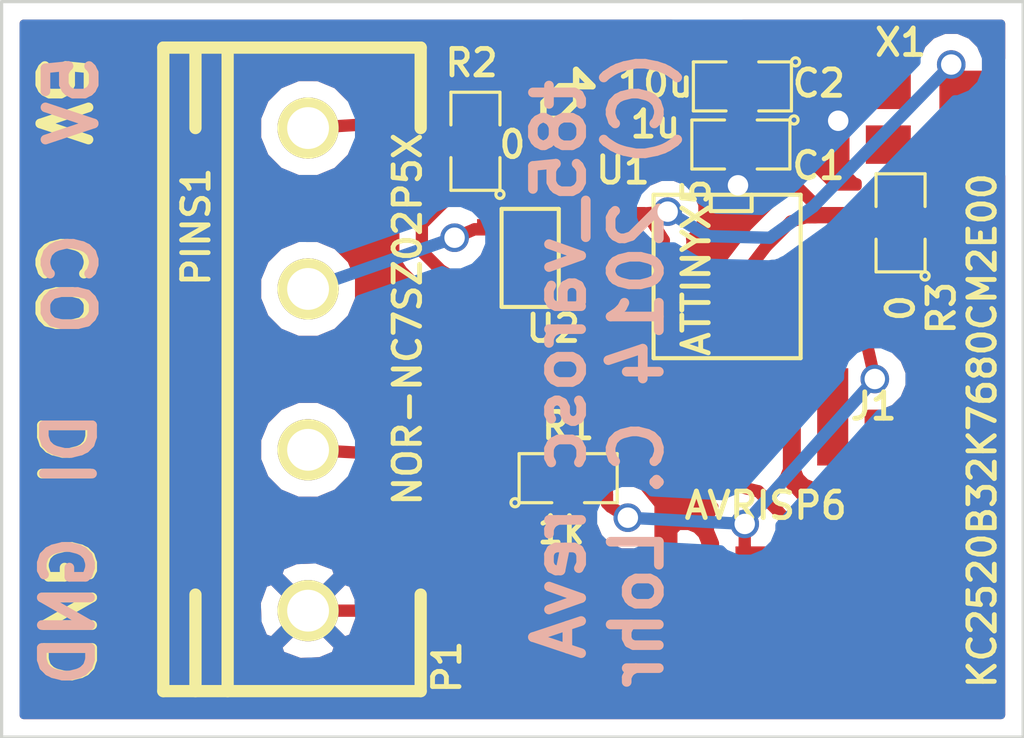
<source format=kicad_pcb>
(kicad_pcb (version 3) (host pcbnew "(2013-jul-07)-stable")

  (general
    (links 25)
    (no_connects 0)
    (area 47.818186 46.939999 80.060001 69.900001)
    (thickness 1.6)
    (drawings 22)
    (tracks 211)
    (zones 0)
    (modules 10)
    (nets 13)
  )

  (page User 134.62 134.62)
  (title_block 
    (title t85_varosc)
    (rev A)
  )

  (layers
    (15 F.Cu signal)
    (0 B.Cu signal)
    (16 B.Adhes user)
    (17 F.Adhes user)
    (18 B.Paste user)
    (19 F.Paste user)
    (20 B.SilkS user)
    (21 F.SilkS user)
    (22 B.Mask user)
    (23 F.Mask user)
    (24 Dwgs.User user)
    (25 Cmts.User user)
    (26 Eco1.User user)
    (27 Eco2.User user)
    (28 Edge.Cuts user)
  )

  (setup
    (last_trace_width 0.381)
    (trace_clearance 0.254)
    (zone_clearance 0.508)
    (zone_45_only no)
    (trace_min 0.254)
    (segment_width 0.2)
    (edge_width 0.1)
    (via_size 0.889)
    (via_drill 0.635)
    (via_min_size 0.889)
    (via_min_drill 0.508)
    (uvia_size 0.508)
    (uvia_drill 0.127)
    (uvias_allowed no)
    (uvia_min_size 0.508)
    (uvia_min_drill 0.127)
    (pcb_text_width 0.3)
    (pcb_text_size 1.5 1.5)
    (mod_edge_width 0.15)
    (mod_text_size 0.8222 0.8222)
    (mod_text_width 0.15)
    (pad_size 0.508 1.524)
    (pad_drill 0)
    (pad_to_mask_clearance 0)
    (aux_axis_origin 0 0)
    (visible_elements FFFFFF7F)
    (pcbplotparams
      (layerselection 284196865)
      (usegerberextensions true)
      (excludeedgelayer false)
      (linewidth 0.150000)
      (plotframeref false)
      (viasonmask false)
      (mode 1)
      (useauxorigin false)
      (hpglpennumber 1)
      (hpglpenspeed 20)
      (hpglpendiameter 15)
      (hpglpenoverlay 2)
      (psnegative false)
      (psa4output false)
      (plotreference true)
      (plotvalue true)
      (plotothertext true)
      (plotinvisibletext false)
      (padsonsilk false)
      (subtractmaskfromsilk false)
      (outputformat 1)
      (mirror false)
      (drillshape 0)
      (scaleselection 1)
      (outputdirectory t85_varosc_revA))
  )

  (net 0 "")
  (net 1 +5V)
  (net 2 GND)
  (net 3 N-000001)
  (net 4 N-0000010)
  (net 5 N-0000011)
  (net 6 N-0000012)
  (net 7 N-000003)
  (net 8 N-000004)
  (net 9 N-000005)
  (net 10 N-000006)
  (net 11 N-000008)
  (net 12 N-000009)

  (net_class Default "This is the default net class."
    (clearance 0.254)
    (trace_width 0.381)
    (via_dia 0.889)
    (via_drill 0.635)
    (uvia_dia 0.508)
    (uvia_drill 0.127)
    (add_net "")
    (add_net +5V)
    (add_net GND)
    (add_net N-000001)
    (add_net N-0000010)
    (add_net N-0000011)
    (add_net N-0000012)
    (add_net N-000003)
    (add_net N-000004)
    (add_net N-000005)
    (add_net N-000006)
    (add_net N-000008)
    (add_net N-000009)
  )

  (module SM0805 (layer F.Cu) (tedit 540E8FD9) (tstamp 53BD79BA)
    (at 71.2367 51.4311 180)
    (path /53BD7A57)
    (attr smd)
    (fp_text reference C1 (at -2.413 -0.6604 180) (layer F.SilkS)
      (effects (font (size 0.8222 0.8222) (thickness 0.15)))
    )
    (fp_text value 1u (at 2.6567 0.6311 180) (layer F.SilkS)
      (effects (font (size 0.8222 0.8222) (thickness 0.15)))
    )
    (fp_circle (center -1.651 0.762) (end -1.651 0.635) (layer F.SilkS) (width 0.09906))
    (fp_line (start -0.508 0.762) (end -1.524 0.762) (layer F.SilkS) (width 0.09906))
    (fp_line (start -1.524 0.762) (end -1.524 -0.762) (layer F.SilkS) (width 0.09906))
    (fp_line (start -1.524 -0.762) (end -0.508 -0.762) (layer F.SilkS) (width 0.09906))
    (fp_line (start 0.508 -0.762) (end 1.524 -0.762) (layer F.SilkS) (width 0.09906))
    (fp_line (start 1.524 -0.762) (end 1.524 0.762) (layer F.SilkS) (width 0.09906))
    (fp_line (start 1.524 0.762) (end 0.508 0.762) (layer F.SilkS) (width 0.09906))
    (pad 1 smd rect (at -0.9525 0 180) (size 0.889 1.397)
      (layers F.Cu F.Paste F.Mask)
      (net 1 +5V)
    )
    (pad 2 smd rect (at 0.9525 0 180) (size 0.889 1.397)
      (layers F.Cu F.Paste F.Mask)
      (net 2 GND)
    )
    (model smd/chip_cms.wrl
      (at (xyz 0 0 0))
      (scale (xyz 0.1 0.1 0.1))
      (rotate (xyz 0 0 0))
    )
  )

  (module SM0805 (layer F.Cu) (tedit 540E8FDE) (tstamp 53BD79C7)
    (at 71.2842 49.6254 180)
    (path /53BD7A70)
    (attr smd)
    (fp_text reference C2 (at -2.3758 0.0954 180) (layer F.SilkS)
      (effects (font (size 0.8222 0.8222) (thickness 0.15)))
    )
    (fp_text value 10u (at 2.7042 0.0954 180) (layer F.SilkS)
      (effects (font (size 0.8222 0.8222) (thickness 0.15)))
    )
    (fp_circle (center -1.651 0.762) (end -1.651 0.635) (layer F.SilkS) (width 0.09906))
    (fp_line (start -0.508 0.762) (end -1.524 0.762) (layer F.SilkS) (width 0.09906))
    (fp_line (start -1.524 0.762) (end -1.524 -0.762) (layer F.SilkS) (width 0.09906))
    (fp_line (start -1.524 -0.762) (end -0.508 -0.762) (layer F.SilkS) (width 0.09906))
    (fp_line (start 0.508 -0.762) (end 1.524 -0.762) (layer F.SilkS) (width 0.09906))
    (fp_line (start 1.524 -0.762) (end 1.524 0.762) (layer F.SilkS) (width 0.09906))
    (fp_line (start 1.524 0.762) (end 0.508 0.762) (layer F.SilkS) (width 0.09906))
    (pad 1 smd rect (at -0.9525 0 180) (size 0.889 1.397)
      (layers F.Cu F.Paste F.Mask)
      (net 1 +5V)
    )
    (pad 2 smd rect (at 0.9525 0 180) (size 0.889 1.397)
      (layers F.Cu F.Paste F.Mask)
      (net 2 GND)
    )
    (model smd/chip_cms.wrl
      (at (xyz 0 0 0))
      (scale (xyz 0.1 0.1 0.1))
      (rotate (xyz 0 0 0))
    )
  )

  (module PHOENIX1935187 (layer F.Cu) (tedit 5407B23D) (tstamp 53BD7A0D)
    (at 57.785 58.42 270)
    (path /53BD78A7)
    (fp_text reference P1 (at 9.25068 -4.318 450) (layer F.SilkS)
      (effects (font (size 0.8222 0.8222) (thickness 0.15)))
    )
    (fp_text value PINS1 (at -4.4323 3.4798 450) (layer F.SilkS)
      (effects (font (size 0.8222 0.8222) (thickness 0.15)))
    )
    (fp_line (start -10 -3.5) (end -10 4.5) (layer F.SilkS) (width 0.381))
    (fp_line (start 10 -3.5) (end 10 4.5) (layer F.SilkS) (width 0.381))
    (fp_line (start 10 4.5) (end -10 4.5) (layer F.SilkS) (width 0.381))
    (fp_line (start -10 2.5) (end 10 2.5) (layer F.SilkS) (width 0.381))
    (fp_line (start 7 -3.5) (end 10 -3.5) (layer F.SilkS) (width 0.381))
    (fp_line (start 10 3.5) (end 7 3.5) (layer F.SilkS) (width 0.381))
    (fp_line (start -7.5 -3.5) (end -10 -3.5) (layer F.SilkS) (width 0.381))
    (fp_line (start -10 3.5) (end -7.5 3.5) (layer F.SilkS) (width 0.381))
    (pad 1 thru_hole circle (at -7.5 0 270) (size 1.9 1.9) (drill 1.3)
      (layers *.Cu *.Mask F.SilkS)
      (net 1 +5V)
    )
    (pad 2 thru_hole circle (at -2.5 0 270) (size 1.9 1.9) (drill 1.3)
      (layers *.Cu *.Mask F.SilkS)
      (net 8 N-000004)
    )
    (pad 3 thru_hole circle (at 2.5 0 270) (size 1.9 1.9) (drill 1.3)
      (layers *.Cu *.Mask F.SilkS)
      (net 3 N-000001)
    )
    (pad 4 thru_hole circle (at 7.5 0 270) (size 1.9 1.9) (drill 1.3)
      (layers *.Cu *.Mask F.SilkS)
      (net 2 GND)
    )
  )

  (module RIBBON6SMT (layer F.Cu) (tedit 53BD7AFA) (tstamp 53BD7ABE)
    (at 74.091 65.434 180)
    (path /53BD7898)
    (fp_text reference J1 (at -1.27 5.8674 180) (layer F.SilkS)
      (effects (font (size 0.8222 0.8222) (thickness 0.15)))
    )
    (fp_text value AVRISP6 (at 2.0828 2.7813 180) (layer F.SilkS)
      (effects (font (size 0.8222 0.8222) (thickness 0.15)))
    )
    (pad 2 smd rect (at 0 0 180) (size 0.9652 3.0226)
      (layers F.Cu F.Paste F.Mask)
      (net 1 +5V)
    )
    (pad 4 smd rect (at 2.54 0 180) (size 0.9652 3.0226)
      (layers F.Cu F.Paste F.Mask)
      (net 7 N-000003)
    )
    (pad 6 smd rect (at 5.08 0 180) (size 0.9652 3.0226)
      (layers F.Cu F.Paste F.Mask)
      (net 2 GND)
    )
    (pad 1 smd rect (at 0 5.5372 180) (size 0.9652 3.0226)
      (layers F.Cu F.Paste F.Mask)
      (net 11 N-000008)
    )
    (pad 3 smd rect (at 2.54 5.5372 180) (size 0.9652 3.0226)
      (layers F.Cu F.Paste F.Mask)
      (net 12 N-000009)
    )
    (pad 5 smd rect (at 5.08 5.5372 180) (size 0.9652 3.0226)
      (layers F.Cu F.Paste F.Mask)
      (net 6 N-0000012)
    )
  )

  (module SO8WIDE (layer F.Cu) (tedit 540E8F41) (tstamp 5405780F)
    (at 70.809 55.5324 270)
    (tags "CMS SOJ")
    (path /53BD7889)
    (attr smd)
    (fp_text reference U1 (at -3.302 3.2385 360) (layer F.SilkS)
      (effects (font (size 0.8222 0.8222) (thickness 0.15)))
    )
    (fp_text value ATTINYX5 (at -0.2874 0.959 270) (layer F.SilkS)
      (effects (font (size 0.8222 0.8222) (thickness 0.15)))
    )
    (fp_line (start -2.54 -2.286) (end 2.54 -2.286) (layer F.SilkS) (width 0.127))
    (fp_line (start 2.54 -2.286) (end 2.54 2.286) (layer F.SilkS) (width 0.127))
    (fp_line (start 2.54 2.286) (end -2.54 2.286) (layer F.SilkS) (width 0.127))
    (fp_line (start -2.54 2.286) (end -2.54 -2.286) (layer F.SilkS) (width 0.127))
    (fp_line (start -2.54 -0.762) (end -2.032 -0.762) (layer F.SilkS) (width 0.127))
    (fp_line (start -2.032 -0.762) (end -2.032 0.508) (layer F.SilkS) (width 0.127))
    (fp_line (start -2.032 0.508) (end -2.54 0.508) (layer F.SilkS) (width 0.127))
    (pad 8 smd rect (at -1.905 -3.302 270) (size 0.508 1.524)
      (layers F.Cu F.Paste F.Mask)
      (net 1 +5V)
    )
    (pad 7 smd rect (at -0.635 -3.302 270) (size 0.508 1.524)
      (layers F.Cu F.Paste F.Mask)
      (net 12 N-000009)
    )
    (pad 6 smd rect (at 0.635 -3.302 270) (size 0.508 1.524)
      (layers F.Cu F.Paste F.Mask)
      (net 11 N-000008)
    )
    (pad 5 smd rect (at 1.905 -3.302 270) (size 0.508 1.524)
      (layers F.Cu F.Paste F.Mask)
      (net 7 N-000003)
    )
    (pad 4 smd rect (at 1.905 3.302 270) (size 0.508 1.524)
      (layers F.Cu F.Paste F.Mask)
      (net 2 GND)
    )
    (pad 3 smd rect (at 0.635 3.302 270) (size 0.508 1.524)
      (layers F.Cu F.Paste F.Mask)
      (net 5 N-0000011)
    )
    (pad 2 smd rect (at -0.635 3.302 270) (size 0.508 1.524)
      (layers F.Cu F.Paste F.Mask)
      (net 4 N-0000010)
    )
    (pad 1 smd rect (at -1.905 3.302 270) (size 0.508 1.524)
      (layers F.Cu F.Paste F.Mask)
      (net 6 N-0000012)
    )
    (model smd/cms_so8.wrl
      (at (xyz 0 0 0))
      (scale (xyz 0.5 0.38 0.5))
      (rotate (xyz 0 0 0))
    )
  )

  (module XTAL4P (layer F.Cu) (tedit 540E8FE8) (tstamp 5407BF26)
    (at 78.105 51.435 180)
    (path /5407B1C8)
    (fp_text reference X1 (at 1.905 3.175 180) (layer F.SilkS)
      (effects (font (size 0.8222 0.8222) (thickness 0.15)))
    )
    (fp_text value KC2520B32K7680CM2E00 (at -0.635 -8.89 270) (layer F.SilkS)
      (effects (font (size 0.8222 0.8222) (thickness 0.15)))
    )
    (pad 4 smd rect (at 0 0 180) (size 1.397 1.1938)
      (layers F.Cu F.Paste F.Mask)
      (net 1 +5V)
    )
    (pad 1 smd rect (at 0 1.7018 180) (size 1.397 1.1938)
      (layers F.Cu F.Paste F.Mask)
      (net 6 N-0000012)
    )
    (pad 3 smd rect (at 2.286 1.7018 180) (size 1.397 1.1938)
      (layers F.Cu F.Paste F.Mask)
      (net 2 GND)
    )
    (pad 2 smd rect (at 2.286 0 180) (size 1.397 1.1938)
      (layers F.Cu F.Paste F.Mask)
      (net 10 N-000006)
    )
  )

  (module SOT23-5 (layer F.Cu) (tedit 540E8FCC) (tstamp 5407BF33)
    (at 64.688 54.9562 90)
    (path /5407AF12)
    (attr smd)
    (fp_text reference U2 (at -2.1938 0.717 180) (layer F.SilkS)
      (effects (font (size 0.8222 0.8222) (thickness 0.15)))
    )
    (fp_text value NOR-NC7SZ02P5X (at -1.905 -3.81 90) (layer F.SilkS)
      (effects (font (size 0.8222 0.8222) (thickness 0.15)))
    )
    (fp_line (start 1.524 -0.889) (end 1.524 0.889) (layer F.SilkS) (width 0.127))
    (fp_line (start 1.524 0.889) (end -1.524 0.889) (layer F.SilkS) (width 0.127))
    (fp_line (start -1.524 0.889) (end -1.524 -0.889) (layer F.SilkS) (width 0.127))
    (fp_line (start -1.524 -0.889) (end 1.524 -0.889) (layer F.SilkS) (width 0.127))
    (pad 1 smd rect (at -0.9525 1.27 90) (size 0.508 0.762)
      (layers F.Cu F.Paste F.Mask)
      (net 5 N-0000011)
    )
    (pad 3 smd rect (at 0.9525 1.27 90) (size 0.508 0.762)
      (layers F.Cu F.Paste F.Mask)
      (net 2 GND)
    )
    (pad 5 smd rect (at -0.9525 -1.27 90) (size 0.508 0.762)
      (layers F.Cu F.Paste F.Mask)
      (net 9 N-000005)
    )
    (pad 2 smd rect (at 0 1.27 90) (size 0.508 0.762)
      (layers F.Cu F.Paste F.Mask)
      (net 4 N-0000010)
    )
    (pad 4 smd rect (at 0.9525 -1.27 90) (size 0.508 0.762)
      (layers F.Cu F.Paste F.Mask)
      (net 8 N-000004)
    )
    (model smd/SOT23_5.wrl
      (at (xyz 0 0 0))
      (scale (xyz 0.1 0.1 0.1))
      (rotate (xyz 0 0 0))
    )
  )

  (module SM0805 (layer F.Cu) (tedit 5407B22A) (tstamp 5407BF40)
    (at 65.868 61.802)
    (path /5407B132)
    (attr smd)
    (fp_text reference R1 (at 0 -1.6256) (layer F.SilkS)
      (effects (font (size 0.8222 0.8222) (thickness 0.15)))
    )
    (fp_text value 1k (at -0.2159 1.6129) (layer F.SilkS)
      (effects (font (size 0.8222 0.8222) (thickness 0.15)))
    )
    (fp_circle (center -1.651 0.762) (end -1.651 0.635) (layer F.SilkS) (width 0.09906))
    (fp_line (start -0.508 0.762) (end -1.524 0.762) (layer F.SilkS) (width 0.09906))
    (fp_line (start -1.524 0.762) (end -1.524 -0.762) (layer F.SilkS) (width 0.09906))
    (fp_line (start -1.524 -0.762) (end -0.508 -0.762) (layer F.SilkS) (width 0.09906))
    (fp_line (start 0.508 -0.762) (end 1.524 -0.762) (layer F.SilkS) (width 0.09906))
    (fp_line (start 1.524 -0.762) (end 1.524 0.762) (layer F.SilkS) (width 0.09906))
    (fp_line (start 1.524 0.762) (end 0.508 0.762) (layer F.SilkS) (width 0.09906))
    (pad 1 smd rect (at -0.9525 0) (size 0.889 1.397)
      (layers F.Cu F.Paste F.Mask)
      (net 3 N-000001)
    )
    (pad 2 smd rect (at 0.9525 0) (size 0.889 1.397)
      (layers F.Cu F.Paste F.Mask)
      (net 7 N-000003)
    )
    (model smd/chip_cms.wrl
      (at (xyz 0 0 0))
      (scale (xyz 0.1 0.1 0.1))
      (rotate (xyz 0 0 0))
    )
  )

  (module SM0805 (layer F.Cu) (tedit 540E8FEE) (tstamp 540E8F18)
    (at 76.2 53.8657 90)
    (path /540E775F)
    (attr smd)
    (fp_text reference R3 (at -2.6493 1.27 90) (layer F.SilkS)
      (effects (font (size 0.8222 0.8222) (thickness 0.15)))
    )
    (fp_text value 0 (at -2.6493 0 90) (layer F.SilkS)
      (effects (font (size 0.8222 0.8222) (thickness 0.15)))
    )
    (fp_circle (center -1.651 0.762) (end -1.651 0.635) (layer F.SilkS) (width 0.09906))
    (fp_line (start -0.508 0.762) (end -1.524 0.762) (layer F.SilkS) (width 0.09906))
    (fp_line (start -1.524 0.762) (end -1.524 -0.762) (layer F.SilkS) (width 0.09906))
    (fp_line (start -1.524 -0.762) (end -0.508 -0.762) (layer F.SilkS) (width 0.09906))
    (fp_line (start 0.508 -0.762) (end 1.524 -0.762) (layer F.SilkS) (width 0.09906))
    (fp_line (start 1.524 -0.762) (end 1.524 0.762) (layer F.SilkS) (width 0.09906))
    (fp_line (start 1.524 0.762) (end 0.508 0.762) (layer F.SilkS) (width 0.09906))
    (pad 1 smd rect (at -0.9525 0 90) (size 0.889 1.397)
      (layers F.Cu F.Paste F.Mask)
      (net 12 N-000009)
    )
    (pad 2 smd rect (at 0.9525 0 90) (size 0.889 1.397)
      (layers F.Cu F.Paste F.Mask)
      (net 10 N-000006)
    )
    (model smd/chip_cms.wrl
      (at (xyz 0 0 0))
      (scale (xyz 0.1 0.1 0.1))
      (rotate (xyz 0 0 0))
    )
  )

  (module SM0805 (layer F.Cu) (tedit 540E8FD3) (tstamp 540E8F25)
    (at 62.9869 51.3304 90)
    (path /540E786C)
    (attr smd)
    (fp_text reference R2 (at 2.4354 -0.1219 180) (layer F.SilkS)
      (effects (font (size 0.8222 0.8222) (thickness 0.15)))
    )
    (fp_text value 0 (at -0.1046 1.1481 180) (layer F.SilkS)
      (effects (font (size 0.8222 0.8222) (thickness 0.15)))
    )
    (fp_circle (center -1.651 0.762) (end -1.651 0.635) (layer F.SilkS) (width 0.09906))
    (fp_line (start -0.508 0.762) (end -1.524 0.762) (layer F.SilkS) (width 0.09906))
    (fp_line (start -1.524 0.762) (end -1.524 -0.762) (layer F.SilkS) (width 0.09906))
    (fp_line (start -1.524 -0.762) (end -0.508 -0.762) (layer F.SilkS) (width 0.09906))
    (fp_line (start 0.508 -0.762) (end 1.524 -0.762) (layer F.SilkS) (width 0.09906))
    (fp_line (start 1.524 -0.762) (end 1.524 0.762) (layer F.SilkS) (width 0.09906))
    (fp_line (start 1.524 0.762) (end 0.508 0.762) (layer F.SilkS) (width 0.09906))
    (pad 1 smd rect (at -0.9525 0 90) (size 0.889 1.397)
      (layers F.Cu F.Paste F.Mask)
      (net 9 N-000005)
    )
    (pad 2 smd rect (at 0.9525 0 90) (size 0.889 1.397)
      (layers F.Cu F.Paste F.Mask)
      (net 1 +5V)
    )
    (model smd/chip_cms.wrl
      (at (xyz 0 0 0))
      (scale (xyz 0.1 0.1 0.1))
      (rotate (xyz 0 0 0))
    )
  )

  (gr_text 5V (at 50.4444 50.0634 90) (layer B.SilkS) (tstamp 5407C046)
    (effects (font (size 1.5 1.5) (thickness 0.3)) (justify mirror))
  )
  (gr_text CO (at 50.4444 55.7657 90) (layer B.SilkS) (tstamp 5407C045)
    (effects (font (size 1.5 1.5) (thickness 0.3)) (justify mirror))
  )
  (gr_text DI (at 50.3936 60.9092 90) (layer B.SilkS) (tstamp 5407C044)
    (effects (font (size 1.5 1.5) (thickness 0.3)) (justify mirror))
  )
  (gr_text GND (at 50.3301 65.9384 90) (layer B.SilkS) (tstamp 5407C043)
    (effects (font (size 1.5 1.5) (thickness 0.3)) (justify mirror))
  )
  (gr_line (start 48.26 69.85) (end 48.26 46.99) (angle 90) (layer Edge.Cuts) (width 0.1))
  (gr_line (start 80.01 69.85) (end 48.26 69.85) (angle 90) (layer Edge.Cuts) (width 0.1))
  (gr_line (start 80.01 46.99) (end 80.01 69.85) (angle 90) (layer Edge.Cuts) (width 0.1))
  (gr_line (start 48.26 46.99) (end 80.01 46.99) (angle 90) (layer Edge.Cuts) (width 0.1))
  (gr_text "t85_varosc revA\n(C) 2014 C. Lohr\n" (at 66.802 58.42 90) (layer B.SilkS)
    (effects (font (size 1.5 1.5) (thickness 0.3)) (justify mirror))
  )
  (gr_line (start 65.6082 50.6349) (end 65.1002 50.6349) (angle 90) (layer F.SilkS) (width 0.2))
  (gr_line (start 66.1162 50.1269) (end 65.6082 50.6349) (angle 90) (layer F.SilkS) (width 0.2))
  (gr_line (start 66.1162 49.6189) (end 66.1162 50.1269) (angle 90) (layer F.SilkS) (width 0.2))
  (gr_line (start 66.6242 49.6189) (end 66.1162 49.6189) (angle 90) (layer F.SilkS) (width 0.2))
  (gr_line (start 66.1162 49.1109) (end 66.6242 49.6189) (angle 90) (layer F.SilkS) (width 0.2))
  (gr_line (start 66.1162 49.6189) (end 66.1162 49.1109) (angle 90) (layer F.SilkS) (width 0.2))
  (gr_line (start 65.6082 49.6189) (end 66.1162 49.6189) (angle 90) (layer F.SilkS) (width 0.2))
  (gr_line (start 65.1002 50.1269) (end 65.6082 49.6189) (angle 90) (layer F.SilkS) (width 0.2))
  (gr_line (start 65.1002 50.6349) (end 65.1002 50.1269) (angle 90) (layer F.SilkS) (width 0.2))
  (gr_text GND (at 50.2539 65.9384 270) (layer F.SilkS)
    (effects (font (size 1.5 1.5) (thickness 0.3)))
  )
  (gr_text DI (at 50.1904 60.9092 270) (layer F.SilkS)
    (effects (font (size 1.5 1.5) (thickness 0.3)))
  )
  (gr_text CO (at 50.1396 55.7657 270) (layer F.SilkS)
    (effects (font (size 1.5 1.5) (thickness 0.3)))
  )
  (gr_text 5V (at 50.1396 50.0634 270) (layer F.SilkS)
    (effects (font (size 1.5 1.5) (thickness 0.3)))
  )

  (segment (start 72.2129 50.9231) (end 72.1892 51.4311) (width 0.381) (layer F.Cu) (net 1))
  (segment (start 72.2129 50.7326) (end 72.2129 50.9231) (width 0.381) (layer F.Cu) (net 1))
  (segment (start 72.2129 50.3239) (end 72.2129 50.7326) (width 0.381) (layer F.Cu) (net 1))
  (segment (start 72.2129 50.1334) (end 72.2129 50.3239) (width 0.381) (layer F.Cu) (net 1))
  (segment (start 72.2367 49.6254) (end 72.2129 50.1334) (width 0.381) (layer F.Cu) (net 1))
  (segment (start 72.4432 51.9391) (end 72.1892 51.4311) (width 0.381) (layer F.Cu) (net 1))
  (segment (start 72.4432 52.1296) (end 72.4432 51.9391) (width 0.381) (layer F.Cu) (net 1))
  (segment (start 72.4432 52.2085) (end 72.4432 52.1296) (width 0.381) (layer F.Cu) (net 1))
  (segment (start 72.5548 52.3201) (end 72.4432 52.2085) (width 0.381) (layer F.Cu) (net 1))
  (segment (start 73.4279 53.1829) (end 72.5548 52.3201) (width 0.381) (layer F.Cu) (net 1))
  (segment (start 73.5395 53.2945) (end 73.4279 53.1829) (width 0.381) (layer F.Cu) (net 1))
  (segment (start 73.5395 53.3734) (end 73.5395 53.2945) (width 0.381) (layer F.Cu) (net 1))
  (segment (start 73.5395 53.5639) (end 73.5395 53.3734) (width 0.381) (layer F.Cu) (net 1))
  (segment (start 74.111 53.6274) (end 73.5395 53.5639) (width 0.381) (layer F.Cu) (net 1))
  (segment (start 74.6825 53.6909) (end 74.111 53.6274) (width 0.381) (layer F.Cu) (net 1))
  (segment (start 74.873 53.6909) (end 74.6825 53.6909) (width 0.381) (layer F.Cu) (net 1))
  (segment (start 74.9519 53.6909) (end 74.873 53.6909) (width 0.381) (layer F.Cu) (net 1))
  (segment (start 75.4096 53.8177) (end 74.9519 53.6909) (width 0.381) (layer F.Cu) (net 1))
  (segment (start 75.4367 53.8289) (end 75.4096 53.8177) (width 0.381) (layer F.Cu) (net 1))
  (segment (start 75.4816 53.8657) (end 75.4367 53.8289) (width 0.381) (layer F.Cu) (net 1))
  (segment (start 76.6881 53.8657) (end 75.4816 53.8657) (width 0.381) (layer F.Cu) (net 1))
  (segment (start 77.1089 53.8657) (end 76.6881 53.8657) (width 0.381) (layer F.Cu) (net 1))
  (segment (start 77.4065 53.5681) (end 77.1089 53.8657) (width 0.381) (layer F.Cu) (net 1))
  (segment (start 77.4701 53.404) (end 77.4065 53.5681) (width 0.381) (layer F.Cu) (net 1))
  (segment (start 77.597 52.0319) (end 77.4701 53.404) (width 0.381) (layer F.Cu) (net 1))
  (segment (start 77.597 51.8414) (end 77.597 52.0319) (width 0.381) (layer F.Cu) (net 1))
  (segment (start 78.105 51.435) (end 77.597 51.8414) (width 0.381) (layer F.Cu) (net 1))
  (segment (start 71.9827 49.1174) (end 72.2367 49.6254) (width 0.381) (layer F.Cu) (net 1))
  (segment (start 71.7922 49.1174) (end 71.9827 49.1174) (width 0.381) (layer F.Cu) (net 1))
  (segment (start 71.7133 49.1174) (end 71.7922 49.1174) (width 0.381) (layer F.Cu) (net 1))
  (segment (start 70.9866 48.4189) (end 71.7133 49.1174) (width 0.381) (layer F.Cu) (net 1))
  (segment (start 70.8225 48.3553) (end 70.9866 48.4189) (width 0.381) (layer F.Cu) (net 1))
  (segment (start 70.124 48.3553) (end 70.8225 48.3553) (width 0.381) (layer F.Cu) (net 1))
  (segment (start 69.6504 48.3553) (end 70.124 48.3553) (width 0.381) (layer F.Cu) (net 1))
  (segment (start 63.7643 50.1239) (end 69.6504 48.3553) (width 0.381) (layer F.Cu) (net 1))
  (segment (start 63.6854 50.1239) (end 63.7643 50.1239) (width 0.381) (layer F.Cu) (net 1))
  (segment (start 63.4949 50.1239) (end 63.6854 50.1239) (width 0.381) (layer F.Cu) (net 1))
  (segment (start 62.9869 50.3779) (end 63.4949 50.1239) (width 0.381) (layer F.Cu) (net 1))
  (segment (start 62.4789 50.6319) (end 62.9869 50.3779) (width 0.381) (layer F.Cu) (net 1))
  (segment (start 62.2884 50.6319) (end 62.4789 50.6319) (width 0.381) (layer F.Cu) (net 1))
  (segment (start 62.2095 50.6319) (end 62.2884 50.6319) (width 0.381) (layer F.Cu) (net 1))
  (segment (start 57.785 50.92) (end 62.2095 50.6319) (width 0.381) (layer F.Cu) (net 1))
  (segment (start 73.5395 53.6909) (end 74.111 53.6274) (width 0.381) (layer F.Cu) (net 1))
  (segment (start 73.349 53.6909) (end 73.5395 53.6909) (width 0.381) (layer F.Cu) (net 1))
  (segment (start 73.2701 53.6909) (end 73.349 53.6909) (width 0.381) (layer F.Cu) (net 1))
  (segment (start 72.8124 53.8177) (end 73.2701 53.6909) (width 0.381) (layer F.Cu) (net 1))
  (segment (start 72.7853 53.8289) (end 72.8124 53.8177) (width 0.381) (layer F.Cu) (net 1))
  (segment (start 72.0265 54.5877) (end 72.7853 53.8289) (width 0.381) (layer F.Cu) (net 1))
  (segment (start 71.3804 55.426) (end 72.0265 54.5877) (width 0.381) (layer F.Cu) (net 1))
  (segment (start 71.2532 55.7332) (end 71.3804 55.426) (width 0.381) (layer F.Cu) (net 1))
  (segment (start 70.4968 58.1487) (end 71.2532 55.7332) (width 0.381) (layer F.Cu) (net 1))
  (segment (start 70.4968 61.1713) (end 70.4968 58.1487) (width 0.381) (layer F.Cu) (net 1))
  (segment (start 70.4968 61.6449) (end 70.4968 61.1713) (width 0.381) (layer F.Cu) (net 1))
  (segment (start 70.8316 61.9797) (end 70.4968 61.6449) (width 0.381) (layer F.Cu) (net 1))
  (segment (start 71.7775 62.208) (end 70.8316 61.9797) (width 0.381) (layer F.Cu) (net 1))
  (segment (start 72.3727 62.8032) (end 71.7775 62.208) (width 0.381) (layer F.Cu) (net 1))
  (segment (start 73.4179 64.0016) (end 72.3727 62.8032) (width 0.381) (layer F.Cu) (net 1))
  (segment (start 73.5295 64.1132) (end 73.4179 64.0016) (width 0.381) (layer F.Cu) (net 1))
  (segment (start 73.6084 64.1132) (end 73.5295 64.1132) (width 0.381) (layer F.Cu) (net 1))
  (segment (start 73.7989 64.1132) (end 73.6084 64.1132) (width 0.381) (layer F.Cu) (net 1))
  (segment (start 74.091 65.434) (end 73.7989 64.1132) (width 0.381) (layer F.Cu) (net 1))
  (via (at 71.1469 52.6994) (size 0.889) (layers F.Cu B.Cu) (net 2))
  (via (at 74.2615 50.6932) (size 0.889) (layers F.Cu B.Cu) (net 2))
  (segment (start 74.2615 50.6932) (end 71.1469 52.6994) (width 0.381) (layer B.Cu) (net 2))
  (segment (start 70.0777 50.1334) (end 70.3317 49.6254) (width 0.381) (layer F.Cu) (net 2))
  (segment (start 69.8872 50.1334) (end 70.0777 50.1334) (width 0.381) (layer F.Cu) (net 2))
  (segment (start 69.8083 50.1334) (end 69.8872 50.1334) (width 0.381) (layer F.Cu) (net 2))
  (segment (start 69.6029 50.161) (end 69.8083 50.1334) (width 0.381) (layer F.Cu) (net 2))
  (segment (start 66.5082 52.8018) (end 69.6029 50.161) (width 0.381) (layer F.Cu) (net 2))
  (segment (start 66.1734 53.1366) (end 66.5082 52.8018) (width 0.381) (layer F.Cu) (net 2))
  (segment (start 66.1485 53.6708) (end 66.1734 53.1366) (width 0.381) (layer F.Cu) (net 2))
  (segment (start 66.1485 53.7497) (end 66.1485 53.6708) (width 0.381) (layer F.Cu) (net 2))
  (segment (start 66.1485 53.9402) (end 66.1485 53.7497) (width 0.381) (layer F.Cu) (net 2))
  (segment (start 65.958 54.0037) (end 66.1485 53.9402) (width 0.381) (layer F.Cu) (net 2))
  (segment (start 65.7675 54.0672) (end 65.958 54.0037) (width 0.381) (layer F.Cu) (net 2))
  (segment (start 65.577 54.0672) (end 65.7675 54.0672) (width 0.381) (layer F.Cu) (net 2))
  (segment (start 65.4981 54.0672) (end 65.577 54.0672) (width 0.381) (layer F.Cu) (net 2))
  (segment (start 65.3402 54.1306) (end 65.4981 54.0672) (width 0.381) (layer F.Cu) (net 2))
  (segment (start 65.0054 54.4654) (end 65.3402 54.1306) (width 0.381) (layer F.Cu) (net 2))
  (segment (start 65.0054 55.9259) (end 65.0054 54.4654) (width 0.381) (layer F.Cu) (net 2))
  (segment (start 65.0054 56.3995) (end 65.0054 55.9259) (width 0.381) (layer F.Cu) (net 2))
  (segment (start 65.3402 56.7343) (end 65.0054 56.3995) (width 0.381) (layer F.Cu) (net 2))
  (segment (start 66.6661 57.3739) (end 65.3402 56.7343) (width 0.381) (layer F.Cu) (net 2))
  (segment (start 66.745 57.3739) (end 66.6661 57.3739) (width 0.381) (layer F.Cu) (net 2))
  (segment (start 66.9355 57.3739) (end 66.745 57.3739) (width 0.381) (layer F.Cu) (net 2))
  (segment (start 67.507 57.4374) (end 66.9355 57.3739) (width 0.381) (layer F.Cu) (net 2))
  (segment (start 67.9568 57.5009) (end 67.507 57.4374) (width 0.381) (layer F.Cu) (net 2))
  (segment (start 67.9568 57.6914) (end 67.9568 57.5009) (width 0.381) (layer F.Cu) (net 2))
  (segment (start 67.9568 61.6449) (end 67.9568 57.6914) (width 0.381) (layer F.Cu) (net 2))
  (segment (start 68.7397 62.609) (end 67.9568 61.6449) (width 0.381) (layer F.Cu) (net 2))
  (segment (start 68.7397 63.9227) (end 68.7397 62.609) (width 0.381) (layer F.Cu) (net 2))
  (segment (start 68.7397 64.1132) (end 68.7397 63.9227) (width 0.381) (layer F.Cu) (net 2))
  (segment (start 69.011 65.434) (end 68.7397 64.1132) (width 0.381) (layer F.Cu) (net 2))
  (segment (start 68.7189 65.92) (end 69.011 65.434) (width 0.381) (layer F.Cu) (net 2))
  (segment (start 68.5284 65.92) (end 68.7189 65.92) (width 0.381) (layer F.Cu) (net 2))
  (segment (start 57.785 65.92) (end 68.5284 65.92) (width 0.381) (layer F.Cu) (net 2))
  (segment (start 70.3079 50.9231) (end 70.2842 51.4311) (width 0.381) (layer F.Cu) (net 2))
  (segment (start 70.3079 50.7326) (end 70.3079 50.9231) (width 0.381) (layer F.Cu) (net 2))
  (segment (start 70.3079 50.3239) (end 70.3079 50.7326) (width 0.381) (layer F.Cu) (net 2))
  (segment (start 70.3079 50.1334) (end 70.3079 50.3239) (width 0.381) (layer F.Cu) (net 2))
  (segment (start 70.3317 49.6254) (end 70.3079 50.1334) (width 0.381) (layer F.Cu) (net 2))
  (segment (start 75.0416 50.1396) (end 74.2615 50.6932) (width 0.381) (layer F.Cu) (net 2))
  (segment (start 75.1205 50.1396) (end 75.0416 50.1396) (width 0.381) (layer F.Cu) (net 2))
  (segment (start 75.311 50.1396) (end 75.1205 50.1396) (width 0.381) (layer F.Cu) (net 2))
  (segment (start 75.819 49.7332) (end 75.311 50.1396) (width 0.381) (layer F.Cu) (net 2))
  (segment (start 70.5382 51.9391) (end 70.2842 51.4311) (width 0.381) (layer F.Cu) (net 2))
  (segment (start 70.5382 52.1296) (end 70.5382 51.9391) (width 0.381) (layer F.Cu) (net 2))
  (segment (start 70.5382 52.2085) (end 70.5382 52.1296) (width 0.381) (layer F.Cu) (net 2))
  (segment (start 70.6498 52.3201) (end 70.5382 52.2085) (width 0.381) (layer F.Cu) (net 2))
  (segment (start 71.1469 52.6994) (end 70.6498 52.3201) (width 0.381) (layer F.Cu) (net 2))
  (segment (start 64.6615 61.294) (end 64.9155 61.802) (width 0.381) (layer F.Cu) (net 3))
  (segment (start 64.471 61.294) (end 64.6615 61.294) (width 0.381) (layer F.Cu) (net 3))
  (segment (start 64.3921 61.294) (end 64.471 61.294) (width 0.381) (layer F.Cu) (net 3))
  (segment (start 57.785 60.92) (end 64.3921 61.294) (width 0.381) (layer F.Cu) (net 3))
  (segment (start 66.9355 54.9268) (end 67.507 54.8974) (width 0.381) (layer F.Cu) (net 4))
  (segment (start 66.745 54.9268) (end 66.9355 54.9268) (width 0.381) (layer F.Cu) (net 4))
  (segment (start 66.339 54.9268) (end 66.745 54.9268) (width 0.381) (layer F.Cu) (net 4))
  (segment (start 66.1485 54.9268) (end 66.339 54.9268) (width 0.381) (layer F.Cu) (net 4))
  (segment (start 65.958 54.9562) (end 66.1485 54.9268) (width 0.381) (layer F.Cu) (net 4))
  (segment (start 66.9355 56.1039) (end 67.507 56.1674) (width 0.381) (layer F.Cu) (net 5))
  (segment (start 66.745 56.1039) (end 66.9355 56.1039) (width 0.381) (layer F.Cu) (net 5))
  (segment (start 66.6661 56.1039) (end 66.745 56.1039) (width 0.381) (layer F.Cu) (net 5))
  (segment (start 66.4179 55.9722) (end 66.6661 56.1039) (width 0.381) (layer F.Cu) (net 5))
  (segment (start 66.339 55.9722) (end 66.4179 55.9722) (width 0.381) (layer F.Cu) (net 5))
  (segment (start 66.1485 55.9722) (end 66.339 55.9722) (width 0.381) (layer F.Cu) (net 5))
  (segment (start 65.958 55.9087) (end 66.1485 55.9722) (width 0.381) (layer F.Cu) (net 5))
  (segment (start 67.507 53.6274) (end 68.961 53.5178) (width 0.381) (layer F.Cu) (net 6) (tstamp 540E910C))
  (via (at 68.961 53.5178) (size 0.889) (layers F.Cu B.Cu) (net 6))
  (segment (start 68.961 53.5178) (end 70.231 54.2798) (width 0.381) (layer B.Cu) (net 6) (tstamp 540E9115))
  (segment (start 70.231 54.2798) (end 72.136 54.3306) (width 0.381) (layer B.Cu) (net 6) (tstamp 540E9116))
  (segment (start 72.136 54.3306) (end 73.4822 53.3654) (width 0.381) (layer B.Cu) (net 6) (tstamp 540E9117))
  (segment (start 73.4822 53.3654) (end 77.7748 48.9458) (width 0.381) (layer B.Cu) (net 6) (tstamp 540E9118))
  (via (at 77.7748 48.9458) (size 0.889) (layers F.Cu B.Cu) (net 6))
  (segment (start 77.7748 48.9458) (end 78.105 49.7332) (width 0.381) (layer F.Cu) (net 6) (tstamp 540E9120))
  (segment (start 68.8406 58.576) (end 69.011 59.8968) (width 0.381) (layer F.Cu) (net 6))
  (segment (start 68.8406 58.3855) (end 68.8406 58.576) (width 0.381) (layer F.Cu) (net 6))
  (segment (start 68.8406 54.4066) (end 68.8406 58.3855) (width 0.381) (layer F.Cu) (net 6))
  (segment (start 68.4595 53.8025) (end 68.8406 54.4066) (width 0.381) (layer F.Cu) (net 6))
  (segment (start 68.3479 53.6909) (end 68.4595 53.8025) (width 0.381) (layer F.Cu) (net 6))
  (segment (start 68.269 53.6909) (end 68.3479 53.6909) (width 0.381) (layer F.Cu) (net 6))
  (segment (start 68.0785 53.6909) (end 68.269 53.6909) (width 0.381) (layer F.Cu) (net 6))
  (segment (start 67.507 53.6274) (end 68.0785 53.6909) (width 0.381) (layer F.Cu) (net 6))
  (via (at 71.3566 63.2241) (size 0.889) (layers F.Cu B.Cu) (net 7))
  (via (at 75.3992 58.7194) (size 0.889) (layers F.Cu B.Cu) (net 7))
  (via (at 67.7236 63.0299) (size 0.889) (layers F.Cu B.Cu) (net 7))
  (segment (start 71.3566 63.2241) (end 67.7236 63.0299) (width 0.381) (layer B.Cu) (net 7))
  (segment (start 75.3992 58.7194) (end 71.3566 63.2241) (width 0.381) (layer B.Cu) (net 7))
  (segment (start 67.0745 62.31) (end 66.8205 61.802) (width 0.381) (layer F.Cu) (net 7))
  (segment (start 67.0745 62.5005) (end 67.0745 62.31) (width 0.381) (layer F.Cu) (net 7))
  (segment (start 67.0745 62.5794) (end 67.0745 62.5005) (width 0.381) (layer F.Cu) (net 7))
  (segment (start 67.1861 62.691) (end 67.0745 62.5794) (width 0.381) (layer F.Cu) (net 7))
  (segment (start 67.7236 63.0299) (end 67.1861 62.691) (width 0.381) (layer F.Cu) (net 7))
  (segment (start 71.3566 64.1132) (end 71.551 65.434) (width 0.381) (layer F.Cu) (net 7))
  (segment (start 71.3566 63.9227) (end 71.3566 64.1132) (width 0.381) (layer F.Cu) (net 7))
  (segment (start 71.3566 63.2241) (end 71.3566 63.9227) (width 0.381) (layer F.Cu) (net 7))
  (segment (start 75.1424 57.5798) (end 75.3992 58.7194) (width 0.381) (layer F.Cu) (net 7))
  (segment (start 74.9846 57.422) (end 75.1424 57.5798) (width 0.381) (layer F.Cu) (net 7))
  (segment (start 74.873 57.422) (end 74.9846 57.422) (width 0.381) (layer F.Cu) (net 7))
  (segment (start 74.6825 57.422) (end 74.873 57.422) (width 0.381) (layer F.Cu) (net 7))
  (segment (start 74.111 57.4374) (end 74.6825 57.422) (width 0.381) (layer F.Cu) (net 7))
  (via (at 62.3381 54.3282) (size 0.889) (layers F.Cu B.Cu) (net 8))
  (segment (start 62.3381 54.3282) (end 57.785 55.92) (width 0.381) (layer B.Cu) (net 8))
  (segment (start 62.9581 54.0672) (end 62.3381 54.3282) (width 0.381) (layer F.Cu) (net 8))
  (segment (start 63.037 54.0672) (end 62.9581 54.0672) (width 0.381) (layer F.Cu) (net 8))
  (segment (start 63.2275 54.0672) (end 63.037 54.0672) (width 0.381) (layer F.Cu) (net 8))
  (segment (start 63.418 54.0037) (end 63.2275 54.0672) (width 0.381) (layer F.Cu) (net 8))
  (segment (start 62.4789 52.5369) (end 62.9869 52.2829) (width 0.381) (layer F.Cu) (net 9))
  (segment (start 62.4789 52.7274) (end 62.4789 52.5369) (width 0.381) (layer F.Cu) (net 9))
  (segment (start 62.4789 52.8063) (end 62.4789 52.7274) (width 0.381) (layer F.Cu) (net 9))
  (segment (start 62.3673 52.9179) (end 62.4789 52.8063) (width 0.381) (layer F.Cu) (net 9))
  (segment (start 61.9172 53.3121) (end 62.3673 52.9179) (width 0.381) (layer F.Cu) (net 9))
  (segment (start 61.322 53.9073) (end 61.9172 53.3121) (width 0.381) (layer F.Cu) (net 9))
  (segment (start 61.322 54.7491) (end 61.322 53.9073) (width 0.381) (layer F.Cu) (net 9))
  (segment (start 61.9172 55.3443) (end 61.322 54.7491) (width 0.381) (layer F.Cu) (net 9))
  (segment (start 62.9254 55.9241) (end 61.9172 55.3443) (width 0.381) (layer F.Cu) (net 9))
  (segment (start 63.037 55.9241) (end 62.9254 55.9241) (width 0.381) (layer F.Cu) (net 9))
  (segment (start 63.2275 55.9241) (end 63.037 55.9241) (width 0.381) (layer F.Cu) (net 9))
  (segment (start 63.418 55.9087) (end 63.2275 55.9241) (width 0.381) (layer F.Cu) (net 9))
  (segment (start 76.0095 52.6592) (end 76.2 52.9132) (width 0.381) (layer F.Cu) (net 10))
  (segment (start 76.0095 52.4687) (end 76.0095 52.6592) (width 0.381) (layer F.Cu) (net 10))
  (segment (start 76.0095 52.0319) (end 76.0095 52.4687) (width 0.381) (layer F.Cu) (net 10))
  (segment (start 76.0095 51.8414) (end 76.0095 52.0319) (width 0.381) (layer F.Cu) (net 10))
  (segment (start 75.819 51.435) (end 76.0095 51.8414) (width 0.381) (layer F.Cu) (net 10))
  (segment (start 73.7989 58.576) (end 74.091 59.8968) (width 0.381) (layer F.Cu) (net 11))
  (segment (start 73.6084 58.576) (end 73.7989 58.576) (width 0.381) (layer F.Cu) (net 11))
  (segment (start 73.5295 58.576) (end 73.6084 58.576) (width 0.381) (layer F.Cu) (net 11))
  (segment (start 73.1122 58.263) (end 73.5295 58.576) (width 0.381) (layer F.Cu) (net 11))
  (segment (start 72.7774 57.9282) (end 73.1122 58.263) (width 0.381) (layer F.Cu) (net 11))
  (segment (start 72.7774 57.4546) (end 72.7774 57.9282) (width 0.381) (layer F.Cu) (net 11))
  (segment (start 72.7774 56.9466) (end 72.7774 57.4546) (width 0.381) (layer F.Cu) (net 11))
  (segment (start 73.1585 56.3425) (end 72.7774 56.9466) (width 0.381) (layer F.Cu) (net 11))
  (segment (start 73.2701 56.2309) (end 73.1585 56.3425) (width 0.381) (layer F.Cu) (net 11))
  (segment (start 73.349 56.2309) (end 73.2701 56.2309) (width 0.381) (layer F.Cu) (net 11))
  (segment (start 73.5395 56.2309) (end 73.349 56.2309) (width 0.381) (layer F.Cu) (net 11))
  (segment (start 74.111 56.1674) (end 73.5395 56.2309) (width 0.381) (layer F.Cu) (net 11))
  (segment (start 75.692 54.8578) (end 76.2 54.8182) (width 0.381) (layer F.Cu) (net 12))
  (segment (start 75.5015 54.8578) (end 75.692 54.8578) (width 0.381) (layer F.Cu) (net 12))
  (segment (start 74.873 54.8578) (end 75.5015 54.8578) (width 0.381) (layer F.Cu) (net 12))
  (segment (start 74.6825 54.8578) (end 74.873 54.8578) (width 0.381) (layer F.Cu) (net 12))
  (segment (start 74.111 54.8974) (end 74.6825 54.8578) (width 0.381) (layer F.Cu) (net 12))
  (segment (start 73.5395 54.9609) (end 74.111 54.8974) (width 0.381) (layer F.Cu) (net 12))
  (segment (start 73.349 54.9609) (end 73.5395 54.9609) (width 0.381) (layer F.Cu) (net 12))
  (segment (start 73.2701 54.9609) (end 73.349 54.9609) (width 0.381) (layer F.Cu) (net 12))
  (segment (start 72.8124 55.0877) (end 73.2701 54.9609) (width 0.381) (layer F.Cu) (net 12))
  (segment (start 72.7853 55.0989) (end 72.8124 55.0877) (width 0.381) (layer F.Cu) (net 12))
  (segment (start 72.0265 55.8577) (end 72.7853 55.0989) (width 0.381) (layer F.Cu) (net 12))
  (segment (start 72.0153 55.8848) (end 72.0265 55.8577) (width 0.381) (layer F.Cu) (net 12))
  (segment (start 71.8431 58.3066) (end 72.0153 55.8848) (width 0.381) (layer F.Cu) (net 12))
  (segment (start 71.8431 58.3855) (end 71.8431 58.3066) (width 0.381) (layer F.Cu) (net 12))
  (segment (start 71.8431 58.576) (end 71.8431 58.3855) (width 0.381) (layer F.Cu) (net 12))
  (segment (start 71.551 59.8968) (end 71.8431 58.576) (width 0.381) (layer F.Cu) (net 12))

  (zone (net 2) (net_name GND) (layer F.Cu) (tstamp 5407C0A2) (hatch edge 0.508)
    (connect_pads (clearance 0.508))
    (min_thickness 0.254)
    (fill (arc_segments 16) (thermal_gap 0.508) (thermal_bridge_width 0.508))
    (polygon
      (pts
        (xy 48.26 46.99) (xy 80.01 46.99) (xy 80.01 69.85) (xy 48.26 69.85)
      )
    )
    (filled_polygon
      (pts
        (xy 79.325 48.7599) (xy 79.163668 48.598287) (xy 78.930364 48.501411) (xy 78.75914 48.501261) (xy 78.690489 48.335111)
        (xy 78.387086 48.031178) (xy 77.990468 47.866487) (xy 77.561016 47.866113) (xy 77.164111 48.030111) (xy 76.860178 48.333514)
        (xy 76.768981 48.553138) (xy 76.643255 48.50119) (xy 76.10475 48.5013) (xy 75.946 48.66005) (xy 75.946 49.6062)
        (xy 75.966 49.6062) (xy 75.966 49.8602) (xy 75.946 49.8602) (xy 75.946 49.8802) (xy 75.692 49.8802)
        (xy 75.692 49.8602) (xy 75.692 49.6062) (xy 75.692 48.66005) (xy 75.53325 48.5013) (xy 74.994745 48.50119)
        (xy 74.761271 48.597659) (xy 74.582487 48.776132) (xy 74.485611 49.009436) (xy 74.48539 49.262055) (xy 74.4855 49.44745)
        (xy 74.64425 49.6062) (xy 75.692 49.6062) (xy 75.692 49.8602) (xy 74.64425 49.8602) (xy 74.4855 50.01895)
        (xy 74.48539 50.204345) (xy 74.485611 50.456964) (xy 74.538402 50.5841) (xy 74.485611 50.711236) (xy 74.48539 50.963855)
        (xy 74.48539 52.157655) (xy 74.581859 52.391129) (xy 74.760332 52.569913) (xy 74.86639 52.613951) (xy 74.86639 52.738394)
        (xy 74.747245 52.73829) (xy 74.141596 52.73829) (xy 74.123217 52.710783) (xy 74.123213 52.71078) (xy 74.011617 52.599183)
        (xy 74.007915 52.596709) (xy 73.26881 51.865303) (xy 73.26881 50.606845) (xy 73.260065 50.585682) (xy 73.316089 50.450764)
        (xy 73.31631 50.198145) (xy 73.31631 48.801145) (xy 73.219841 48.567671) (xy 73.041368 48.388887) (xy 72.808064 48.292011)
        (xy 72.555445 48.29179) (xy 72.04502 48.29179) (xy 71.559003 47.824085) (xy 71.557679 47.823237) (xy 71.556906 47.822134)
        (xy 71.433316 47.74355) (xy 71.326333 47.675) (xy 79.325 47.675) (xy 79.325 48.7599)
      )
    )
    (filled_polygon
      (pts
        (xy 79.325 69.165) (xy 70.12871 69.165) (xy 70.12871 66.819545) (xy 70.12871 64.048455) (xy 70.128489 63.795836)
        (xy 70.031613 63.562532) (xy 69.852829 63.384059) (xy 69.619355 63.28759) (xy 69.29675 63.2877) (xy 69.138 63.44645)
        (xy 69.138 65.307) (xy 69.96985 65.307) (xy 70.1286 65.14825) (xy 70.12871 64.048455) (xy 70.12871 66.819545)
        (xy 70.1286 65.71975) (xy 69.96985 65.561) (xy 69.138 65.561) (xy 69.138 67.42155) (xy 69.29675 67.5803)
        (xy 69.619355 67.58041) (xy 69.852829 67.483941) (xy 70.031613 67.305468) (xy 70.128489 67.072164) (xy 70.12871 66.819545)
        (xy 70.12871 69.165) (xy 68.884 69.165) (xy 68.884 67.42155) (xy 68.884 65.561) (xy 68.05215 65.561)
        (xy 67.8934 65.71975) (xy 67.89329 66.819545) (xy 67.893511 67.072164) (xy 67.990387 67.305468) (xy 68.169171 67.483941)
        (xy 68.402645 67.58041) (xy 68.72525 67.5803) (xy 68.884 67.42155) (xy 68.884 69.165) (xy 59.381187 69.165)
        (xy 59.381187 66.172602) (xy 59.356351 65.542539) (xy 59.163018 65.075792) (xy 58.901349 64.983256) (xy 58.721744 65.162861)
        (xy 58.721744 64.803651) (xy 58.629208 64.541982) (xy 58.037602 64.323813) (xy 57.407539 64.348649) (xy 56.940792 64.541982)
        (xy 56.848256 64.803651) (xy 57.785 65.740395) (xy 58.721744 64.803651) (xy 58.721744 65.162861) (xy 57.964605 65.92)
        (xy 58.901349 66.856744) (xy 59.163018 66.764208) (xy 59.381187 66.172602) (xy 59.381187 69.165) (xy 58.721744 69.165)
        (xy 58.721744 67.036349) (xy 57.785 66.099605) (xy 57.605395 66.27921) (xy 57.605395 65.92) (xy 56.668651 64.983256)
        (xy 56.406982 65.075792) (xy 56.188813 65.667398) (xy 56.213649 66.297461) (xy 56.406982 66.764208) (xy 56.668651 66.856744)
        (xy 57.605395 65.92) (xy 57.605395 66.27921) (xy 56.848256 67.036349) (xy 56.940792 67.298018) (xy 57.532398 67.516187)
        (xy 58.162461 67.491351) (xy 58.629208 67.298018) (xy 58.721744 67.036349) (xy 58.721744 69.165) (xy 48.945 69.165)
        (xy 48.945 47.675) (xy 69.05421 47.675) (xy 63.643261 49.298363) (xy 63.559645 49.29829) (xy 62.162645 49.29829)
        (xy 61.929171 49.394759) (xy 61.750387 49.573232) (xy 61.653511 49.806536) (xy 61.653479 49.842612) (xy 59.113059 50.006894)
        (xy 58.684002 49.577087) (xy 58.101659 49.335277) (xy 57.471107 49.334726) (xy 56.888343 49.57552) (xy 56.442087 50.020998)
        (xy 56.200277 50.603341) (xy 56.199726 51.233893) (xy 56.44052 51.816657) (xy 56.885998 52.262913) (xy 57.468341 52.504723)
        (xy 58.098893 52.505274) (xy 58.681657 52.26448) (xy 59.127913 51.819002) (xy 59.195595 51.656005) (xy 61.745026 51.491141)
        (xy 61.653511 51.711536) (xy 61.65329 51.964155) (xy 61.65329 52.446001) (xy 61.373452 52.690981) (xy 61.356545 52.712974)
        (xy 61.333483 52.728384) (xy 60.738283 53.323583) (xy 60.559337 53.591394) (xy 60.4965 53.9073) (xy 60.4965 54.7491)
        (xy 60.559337 55.065006) (xy 60.738283 55.332817) (xy 61.333483 55.928016) (xy 61.423854 55.9884) (xy 61.505698 56.059923)
        (xy 62.513924 56.639678) (xy 62.56465 56.656798) (xy 62.609495 56.686763) (xy 62.676139 56.700019) (xy 62.676832 56.700713)
        (xy 62.910136 56.797589) (xy 63.162755 56.79781) (xy 63.924755 56.79781) (xy 64.158229 56.701341) (xy 64.337013 56.522868)
        (xy 64.433889 56.289564) (xy 64.43411 56.036945) (xy 64.43411 55.528945) (xy 64.337641 55.295471) (xy 64.159168 55.116687)
        (xy 63.925864 55.019811) (xy 63.673245 55.01959) (xy 63.173479 55.01959) (xy 63.252722 54.940486) (xy 63.272518 54.89281)
        (xy 63.924755 54.89281) (xy 64.158229 54.796341) (xy 64.337013 54.617868) (xy 64.433889 54.384564) (xy 64.43411 54.131945)
        (xy 64.43411 53.623945) (xy 64.337641 53.390471) (xy 64.159168 53.211687) (xy 64.11673 53.194065) (xy 64.223413 53.087568)
        (xy 64.320289 52.854264) (xy 64.32051 52.601645) (xy 64.32051 51.712645) (xy 64.224041 51.479171) (xy 64.075426 51.330297)
        (xy 64.223413 51.182568) (xy 64.320289 50.949264) (xy 64.320403 50.818911) (xy 69.252199 49.339301) (xy 69.2522 49.33965)
        (xy 69.41095 49.4984) (xy 70.2047 49.4984) (xy 70.2047 49.4784) (xy 70.4587 49.4784) (xy 70.4587 49.4984)
        (xy 70.4787 49.4984) (xy 70.4787 49.7524) (xy 70.4587 49.7524) (xy 70.4587 50.20885) (xy 70.4112 50.25635)
        (xy 70.4112 51.3041) (xy 70.4312 51.3041) (xy 70.4312 51.5581) (xy 70.4112 51.5581) (xy 70.4112 52.60585)
        (xy 70.56995 52.7646) (xy 70.854455 52.76471) (xy 71.087929 52.668241) (xy 71.236802 52.519626) (xy 71.384532 52.667613)
        (xy 71.617836 52.764489) (xy 71.841086 52.764684) (xy 71.859483 52.792217) (xy 71.971083 52.903816) (xy 71.972914 52.905039)
        (xy 71.974148 52.906865) (xy 72.269899 53.199535) (xy 72.201583 53.245183) (xy 72.20158 53.245186) (xy 71.442783 54.003983)
        (xy 71.413792 54.04737) (xy 71.372137 54.083773) (xy 70.726365 54.922325) (xy 70.677977 55.020013) (xy 70.617777 55.110111)
        (xy 70.490537 55.417295) (xy 70.482939 55.455491) (xy 70.465995 55.486505) (xy 70.2047 56.320298) (xy 70.2047 50.80015)
        (xy 70.2047 49.7524) (xy 69.41095 49.7524) (xy 69.2522 49.91115) (xy 69.25209 50.198145) (xy 69.252311 50.450764)
        (xy 69.260735 50.471053) (xy 69.204811 50.605736) (xy 69.20459 50.858355) (xy 69.2047 51.14535) (xy 69.36345 51.3041)
        (xy 70.1572 51.3041) (xy 70.1572 50.84765) (xy 70.2047 50.80015) (xy 70.2047 56.320298) (xy 69.740807 57.800582)
        (xy 69.6661 57.76956) (xy 69.6661 54.4066) (xy 69.654921 54.350401) (xy 69.875622 54.130086) (xy 70.040313 53.733468)
        (xy 70.040687 53.304016) (xy 69.876689 52.907111) (xy 69.734528 52.764702) (xy 69.99845 52.7646) (xy 70.1572 52.60585)
        (xy 70.1572 51.5581) (xy 69.36345 51.5581) (xy 69.2047 51.71685) (xy 69.20459 52.003845) (xy 69.204811 52.256464)
        (xy 69.301687 52.489768) (xy 69.30277 52.490849) (xy 69.176668 52.438487) (xy 68.747216 52.438113) (xy 68.350311 52.602111)
        (xy 68.213832 52.738351) (xy 68.143245 52.73829) (xy 66.619245 52.73829) (xy 66.385771 52.834759) (xy 66.206987 53.013232)
        (xy 66.110111 53.246536) (xy 66.110109 53.24834) (xy 66.085 53.27345) (xy 66.085 53.8767) (xy 66.105 53.8767)
        (xy 66.105 54.06709) (xy 65.831 54.06709) (xy 65.831 53.8767) (xy 65.831 53.27345) (xy 65.67225 53.1147)
        (xy 65.702755 53.11459) (xy 65.450136 53.114811) (xy 65.216832 53.211687) (xy 65.038359 53.390471) (xy 64.94189 53.623945)
        (xy 64.942 53.71795) (xy 65.10075 53.8767) (xy 65.831 53.8767) (xy 65.831 54.06709) (xy 65.451245 54.06709)
        (xy 65.297296 54.1307) (xy 65.10075 54.1307) (xy 64.942 54.28945) (xy 64.94189 54.383455) (xy 64.981739 54.479899)
        (xy 64.942111 54.575336) (xy 64.94189 54.827955) (xy 64.94189 55.335955) (xy 64.981739 55.432399) (xy 64.942111 55.527836)
        (xy 64.94189 55.780455) (xy 64.94189 56.288455) (xy 65.038359 56.521929) (xy 65.216832 56.700713) (xy 65.450136 56.797589)
        (xy 65.702755 56.79781) (xy 66.212286 56.79781) (xy 66.225604 56.804891) (xy 66.206359 56.824171) (xy 66.10989 57.057645)
        (xy 66.11 57.15165) (xy 66.26875 57.3104) (xy 67.38 57.3104) (xy 67.38 57.2904) (xy 67.634 57.2904)
        (xy 67.634 57.3104) (xy 67.654 57.3104) (xy 67.654 57.5644) (xy 67.634 57.5644) (xy 67.634 58.16765)
        (xy 67.79275 58.3264) (xy 67.893451 58.326431) (xy 67.89329 58.511255) (xy 67.89329 60.961239) (xy 67.803641 60.744271)
        (xy 67.625168 60.565487) (xy 67.391864 60.468611) (xy 67.38 60.4686) (xy 67.38 58.16765) (xy 67.38 57.5644)
        (xy 66.26875 57.5644) (xy 66.11 57.72315) (xy 66.10989 57.817155) (xy 66.206359 58.050629) (xy 66.384832 58.229413)
        (xy 66.618136 58.326289) (xy 66.870755 58.32651) (xy 67.22125 58.3264) (xy 67.38 58.16765) (xy 67.38 60.4686)
        (xy 67.139245 60.46839) (xy 66.250245 60.46839) (xy 66.016771 60.564859) (xy 65.867897 60.713473) (xy 65.720168 60.565487)
        (xy 65.486864 60.468611) (xy 65.234245 60.46839) (xy 64.450833 60.46839) (xy 64.438438 60.465196) (xy 59.370274 60.18184)
        (xy 59.370274 55.606107) (xy 59.12948 55.023343) (xy 58.684002 54.577087) (xy 58.101659 54.335277) (xy 57.471107 54.334726)
        (xy 56.888343 54.57552) (xy 56.442087 55.020998) (xy 56.200277 55.603341) (xy 56.199726 56.233893) (xy 56.44052 56.816657)
        (xy 56.885998 57.262913) (xy 57.468341 57.504723) (xy 58.098893 57.505274) (xy 58.681657 57.26448) (xy 59.127913 56.819002)
        (xy 59.369723 56.236659) (xy 59.370274 55.606107) (xy 59.370274 60.18184) (xy 59.190824 60.171808) (xy 59.12948 60.023343)
        (xy 58.684002 59.577087) (xy 58.101659 59.335277) (xy 57.471107 59.334726) (xy 56.888343 59.57552) (xy 56.442087 60.020998)
        (xy 56.200277 60.603341) (xy 56.199726 61.233893) (xy 56.44052 61.816657) (xy 56.885998 62.262913) (xy 57.468341 62.504723)
        (xy 58.098893 62.505274) (xy 58.681657 62.26448) (xy 59.125192 61.821717) (xy 63.83589 62.085085) (xy 63.83589 62.626255)
        (xy 63.932359 62.859729) (xy 64.110832 63.038513) (xy 64.344136 63.135389) (xy 64.596755 63.13561) (xy 65.485755 63.13561)
        (xy 65.719229 63.039141) (xy 65.868102 62.890526) (xy 66.015832 63.038513) (xy 66.249136 63.135389) (xy 66.472386 63.135584)
        (xy 66.490783 63.163117) (xy 66.602383 63.274716) (xy 66.677464 63.324884) (xy 66.807911 63.640589) (xy 67.111314 63.944522)
        (xy 67.507932 64.109213) (xy 67.893296 64.109548) (xy 67.8934 65.14825) (xy 68.05215 65.307) (xy 68.884 65.307)
        (xy 68.884 63.44645) (xy 68.767764 63.330214) (xy 68.802913 63.245568) (xy 68.803287 62.816116) (xy 68.639289 62.419211)
        (xy 68.335886 62.115278) (xy 67.939268 61.950587) (xy 67.90011 61.950552) (xy 67.90011 61.55036) (xy 67.989759 61.767329)
        (xy 68.168232 61.946113) (xy 68.401536 62.042989) (xy 68.654155 62.04321) (xy 69.619355 62.04321) (xy 69.752451 61.988215)
        (xy 69.913083 62.228617) (xy 70.247883 62.563416) (xy 70.301513 62.59925) (xy 70.345218 62.646696) (xy 70.414223 62.678654)
        (xy 70.277287 63.008432) (xy 70.276913 63.437884) (xy 70.433492 63.816835) (xy 70.43329 64.048455) (xy 70.43329 67.071055)
        (xy 70.529759 67.304529) (xy 70.708232 67.483313) (xy 70.941536 67.580189) (xy 71.194155 67.58041) (xy 72.159355 67.58041)
        (xy 72.392829 67.483941) (xy 72.571613 67.305468) (xy 72.668489 67.072164) (xy 72.66871 66.819545) (xy 72.66871 64.398274)
        (xy 72.795964 64.544148) (xy 72.81807 64.561203) (xy 72.834183 64.585317) (xy 72.94578 64.696913) (xy 72.945783 64.696917)
        (xy 72.97329 64.715296) (xy 72.97329 67.071055) (xy 73.069759 67.304529) (xy 73.248232 67.483313) (xy 73.481536 67.580189)
        (xy 73.734155 67.58041) (xy 74.699355 67.58041) (xy 74.932829 67.483941) (xy 75.111613 67.305468) (xy 75.208489 67.072164)
        (xy 75.20871 66.819545) (xy 75.20871 63.796945) (xy 75.112241 63.563471) (xy 74.933768 63.384687) (xy 74.700464 63.287811)
        (xy 74.447845 63.28759) (xy 73.890721 63.28759) (xy 72.994767 62.260537) (xy 72.972229 62.243149) (xy 72.956416 62.219483)
        (xy 72.538378 61.801444) (xy 72.571613 61.768268) (xy 72.668489 61.534964) (xy 72.66871 61.282345) (xy 72.66871 58.9623)
        (xy 72.97329 59.190985) (xy 72.97329 61.533855) (xy 73.069759 61.767329) (xy 73.248232 61.946113) (xy 73.481536 62.042989)
        (xy 73.734155 62.04321) (xy 74.699355 62.04321) (xy 74.932829 61.946741) (xy 75.111613 61.768268) (xy 75.208489 61.534964)
        (xy 75.20871 61.282345) (xy 75.20871 59.798734) (xy 75.612984 59.799087) (xy 76.009889 59.635089) (xy 76.313822 59.331686)
        (xy 76.478513 58.935068) (xy 76.478887 58.505616) (xy 76.314889 58.108711) (xy 76.047415 57.840769) (xy 75.947704 57.398317)
        (xy 75.918902 57.333475) (xy 75.905062 57.263894) (xy 75.854154 57.187705) (xy 75.816954 57.103955) (xy 75.76553 57.05507)
        (xy 75.726116 56.996083) (xy 75.568317 56.838283) (xy 75.426742 56.743686) (xy 75.507889 56.548264) (xy 75.50811 56.295645)
        (xy 75.50811 55.897705) (xy 75.627255 55.89781) (xy 77.024255 55.89781) (xy 77.257729 55.801341) (xy 77.436513 55.622868)
        (xy 77.533389 55.389564) (xy 77.53361 55.136945) (xy 77.53361 54.555662) (xy 77.53361 54.555661) (xy 77.692617 54.449417)
        (xy 77.990216 54.151817) (xy 77.995508 54.143895) (xy 78.00331 54.138423) (xy 78.084796 54.010266) (xy 78.169162 53.884006)
        (xy 78.17102 53.87466) (xy 78.176133 53.866621) (xy 78.239777 53.702539) (xy 78.259607 53.589496) (xy 78.292071 53.480252)
        (xy 78.367512 52.66701) (xy 78.929255 52.66701) (xy 79.162729 52.570541) (xy 79.325 52.408552) (xy 79.325 69.165)
      )
    )
  )
  (zone (net 2) (net_name GND) (layer B.Cu) (tstamp 5407C0A3) (hatch edge 0.508)
    (connect_pads (clearance 0.508))
    (min_thickness 0.254)
    (fill (arc_segments 16) (thermal_gap 0.508) (thermal_bridge_width 0.508))
    (polygon
      (pts
        (xy 48.26 46.99) (xy 80.01 46.99) (xy 80.01 69.85) (xy 48.26 69.85)
      )
    )
    (filled_polygon
      (pts
        (xy 79.325 69.165) (xy 78.854487 69.165) (xy 78.854487 48.732016) (xy 78.690489 48.335111) (xy 78.387086 48.031178)
        (xy 77.990468 47.866487) (xy 77.561016 47.866113) (xy 77.164111 48.030111) (xy 76.860178 48.333514) (xy 76.695487 48.730132)
        (xy 76.695358 48.877154) (xy 72.937222 52.741731) (xy 71.881927 53.497248) (xy 70.467969 53.460222) (xy 69.985429 53.170283)
        (xy 69.876689 52.907111) (xy 69.573286 52.603178) (xy 69.176668 52.438487) (xy 68.747216 52.438113) (xy 68.350311 52.602111)
        (xy 68.046378 52.905514) (xy 67.881687 53.302132) (xy 67.881313 53.731584) (xy 68.045311 54.128489) (xy 68.348714 54.432422)
        (xy 68.745332 54.597113) (xy 69.155078 54.597469) (xy 69.805353 54.988194) (xy 69.85651 55.006561) (xy 69.895239 55.033932)
        (xy 69.996661 55.056881) (xy 70.1085 55.097036) (xy 70.162629 55.094435) (xy 70.209391 55.105017) (xy 72.114415 55.154902)
        (xy 72.211485 55.138222) (xy 72.323101 55.134617) (xy 72.378574 55.109511) (xy 72.431857 55.100356) (xy 72.51571 55.047448)
        (xy 72.616543 55.001815) (xy 73.963412 54.037551) (xy 74.017583 53.979763) (xy 74.07401 53.94091) (xy 77.881683 50.025393)
        (xy 77.988584 50.025487) (xy 78.385489 49.861489) (xy 78.689422 49.558086) (xy 78.854113 49.161468) (xy 78.854487 48.732016)
        (xy 78.854487 69.165) (xy 76.478887 69.165) (xy 76.478887 58.505616) (xy 76.314889 58.108711) (xy 76.011486 57.804778)
        (xy 75.614868 57.640087) (xy 75.185416 57.639713) (xy 74.788511 57.803711) (xy 74.484578 58.107114) (xy 74.319887 58.503732)
        (xy 74.319728 58.685551) (xy 71.216211 62.144476) (xy 71.142816 62.144413) (xy 70.745911 62.308411) (xy 70.69036 62.363864)
        (xy 68.463655 62.24327) (xy 68.335886 62.115278) (xy 67.939268 61.950587) (xy 67.509816 61.950213) (xy 67.112911 62.114211)
        (xy 66.808978 62.417614) (xy 66.644287 62.814232) (xy 66.643913 63.243684) (xy 66.807911 63.640589) (xy 67.111314 63.944522)
        (xy 67.507932 64.109213) (xy 67.937384 64.109587) (xy 68.334289 63.945589) (xy 68.38741 63.89256) (xy 70.619242 64.013432)
        (xy 70.744314 64.138722) (xy 71.140932 64.303413) (xy 71.570384 64.303787) (xy 71.967289 64.139789) (xy 72.271222 63.836386)
        (xy 72.435913 63.439768) (xy 72.436072 63.257096) (xy 75.538824 59.799022) (xy 75.612984 59.799087) (xy 76.009889 59.635089)
        (xy 76.313822 59.331686) (xy 76.478513 58.935068) (xy 76.478887 58.505616) (xy 76.478887 69.165) (xy 63.417787 69.165)
        (xy 63.417787 54.114416) (xy 63.253789 53.717511) (xy 62.950386 53.413578) (xy 62.553768 53.248887) (xy 62.124316 53.248513)
        (xy 61.727411 53.412511) (xy 61.423478 53.715914) (xy 61.39663 53.78057) (xy 59.370274 54.490189) (xy 59.370274 50.606107)
        (xy 59.12948 50.023343) (xy 58.684002 49.577087) (xy 58.101659 49.335277) (xy 57.471107 49.334726) (xy 56.888343 49.57552)
        (xy 56.442087 50.020998) (xy 56.200277 50.603341) (xy 56.199726 51.233893) (xy 56.44052 51.816657) (xy 56.885998 52.262913)
        (xy 57.468341 52.504723) (xy 58.098893 52.505274) (xy 58.681657 52.26448) (xy 59.127913 51.819002) (xy 59.369723 51.236659)
        (xy 59.370274 50.606107) (xy 59.370274 54.490189) (xy 58.797491 54.690775) (xy 58.684002 54.577087) (xy 58.101659 54.335277)
        (xy 57.471107 54.334726) (xy 56.888343 54.57552) (xy 56.442087 55.020998) (xy 56.200277 55.603341) (xy 56.199726 56.233893)
        (xy 56.44052 56.816657) (xy 56.885998 57.262913) (xy 57.468341 57.504723) (xy 58.098893 57.505274) (xy 58.681657 57.26448)
        (xy 59.127913 56.819002) (xy 59.368248 56.240209) (xy 61.950235 55.33601) (xy 62.122432 55.407513) (xy 62.551884 55.407887)
        (xy 62.948789 55.243889) (xy 63.252722 54.940486) (xy 63.417413 54.543868) (xy 63.417787 54.114416) (xy 63.417787 69.165)
        (xy 59.381187 69.165) (xy 59.381187 66.172602) (xy 59.370274 65.89575) (xy 59.370274 60.606107) (xy 59.12948 60.023343)
        (xy 58.684002 59.577087) (xy 58.101659 59.335277) (xy 57.471107 59.334726) (xy 56.888343 59.57552) (xy 56.442087 60.020998)
        (xy 56.200277 60.603341) (xy 56.199726 61.233893) (xy 56.44052 61.816657) (xy 56.885998 62.262913) (xy 57.468341 62.504723)
        (xy 58.098893 62.505274) (xy 58.681657 62.26448) (xy 59.127913 61.819002) (xy 59.369723 61.236659) (xy 59.370274 60.606107)
        (xy 59.370274 65.89575) (xy 59.356351 65.542539) (xy 59.163018 65.075792) (xy 58.901349 64.983256) (xy 58.721744 65.162861)
        (xy 58.721744 64.803651) (xy 58.629208 64.541982) (xy 58.037602 64.323813) (xy 57.407539 64.348649) (xy 56.940792 64.541982)
        (xy 56.848256 64.803651) (xy 57.785 65.740395) (xy 58.721744 64.803651) (xy 58.721744 65.162861) (xy 57.964605 65.92)
        (xy 58.901349 66.856744) (xy 59.163018 66.764208) (xy 59.381187 66.172602) (xy 59.381187 69.165) (xy 58.721744 69.165)
        (xy 58.721744 67.036349) (xy 57.785 66.099605) (xy 57.605395 66.27921) (xy 57.605395 65.92) (xy 56.668651 64.983256)
        (xy 56.406982 65.075792) (xy 56.188813 65.667398) (xy 56.213649 66.297461) (xy 56.406982 66.764208) (xy 56.668651 66.856744)
        (xy 57.605395 65.92) (xy 57.605395 66.27921) (xy 56.848256 67.036349) (xy 56.940792 67.298018) (xy 57.532398 67.516187)
        (xy 58.162461 67.491351) (xy 58.629208 67.298018) (xy 58.721744 67.036349) (xy 58.721744 69.165) (xy 48.945 69.165)
        (xy 48.945 47.675) (xy 79.325 47.675) (xy 79.325 69.165)
      )
    )
  )
)

</source>
